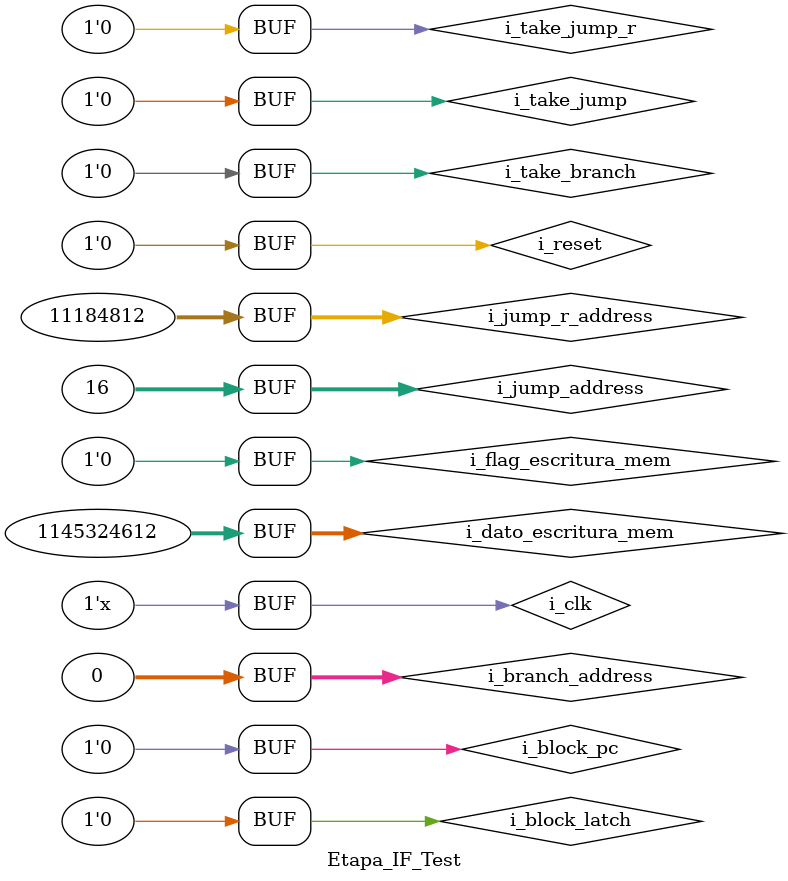
<source format=v>
`timescale 1ns / 1ps


module Etapa_IF_Test();

    reg i_clk;
    reg i_reset;
    reg i_block_pc;
    reg [31:0]i_dato_escritura_mem;
    reg i_flag_escritura_mem;
    reg i_block_latch;
    
    reg i_take_jump;
    reg [31:0] i_jump_address;
    
    reg i_take_jump_r;
    reg [31:0] i_jump_r_address;
    
    reg i_take_branch;
    reg [31:0] i_branch_address;
    
    wire [31:0] o_pc_p4;
    wire [31:0] o_instruccion;
    
    Etapa_IF etapa_0(i_clk, i_reset, i_block_pc, i_dato_escritura_mem, i_flag_escritura_mem, i_block_latch, i_take_jump, i_jump_address, i_take_jump_r, i_jump_r_address, i_take_branch, i_branch_address, o_pc_p4, o_instruccion);

    initial begin

        i_clk = 1;
        i_block_pc = 0;
        i_dato_escritura_mem = 0;
        i_flag_escritura_mem = 0;
        i_block_latch = 0;
        i_take_jump = 0;
        i_jump_address = 0;
        i_take_jump_r = 0;
        i_jump_r_address = 0;
        i_take_branch = 0;
        i_branch_address = 0; 
        //Primero hacemos un reset
        i_reset = 1;
        
        #5
        i_reset = 0;
        
        //Dejamos pasar algunos clocks para verificar que el PC progrese
        #5
        
        //Comprobamos el cambio del PC ante las señales de saltos y branch
        i_take_jump = 1;
        i_jump_address = 32'h0000FF00;
        #1
        i_take_jump = 0;
        
        #5
        i_take_jump_r = 1;
        i_jump_r_address = 32'h00AAAAAC;
        #1
        i_take_jump_r = 0;
        
        #5
        i_take_branch = 1;
        i_branch_address = 32'h00000000;
        #1
        i_take_branch = 0;
        
        //Probamos a escribir algunas instrucciones en la memoria de instrucciones. Dado que aun no esta implementado el mux que permite 
        // tomar control sobre las direcciones para escritura, utilizaré el propio pc para hacerlo.
        #5
        i_block_latch = 1;
        i_flag_escritura_mem = 1;
        i_dato_escritura_mem = 32'h11111111;
        
        #1
        i_dato_escritura_mem = 32'h22222222;
        
        #1
        i_dato_escritura_mem = 32'h33333333;
        
        #1
        i_dato_escritura_mem = 32'h44444444;
        
        //Ahora vemos si se leen correctamente
        #1
        i_flag_escritura_mem = 0;
        i_block_latch = 0;
        i_take_jump = 1;
        i_jump_address = 32'h00000010;
        
        #1
        i_take_jump = 0;
        
        
        
        

    end
    
    // Clk de periodo 1
    always begin
        #0.5
        i_clk = ~i_clk;
    end


endmodule

</source>
